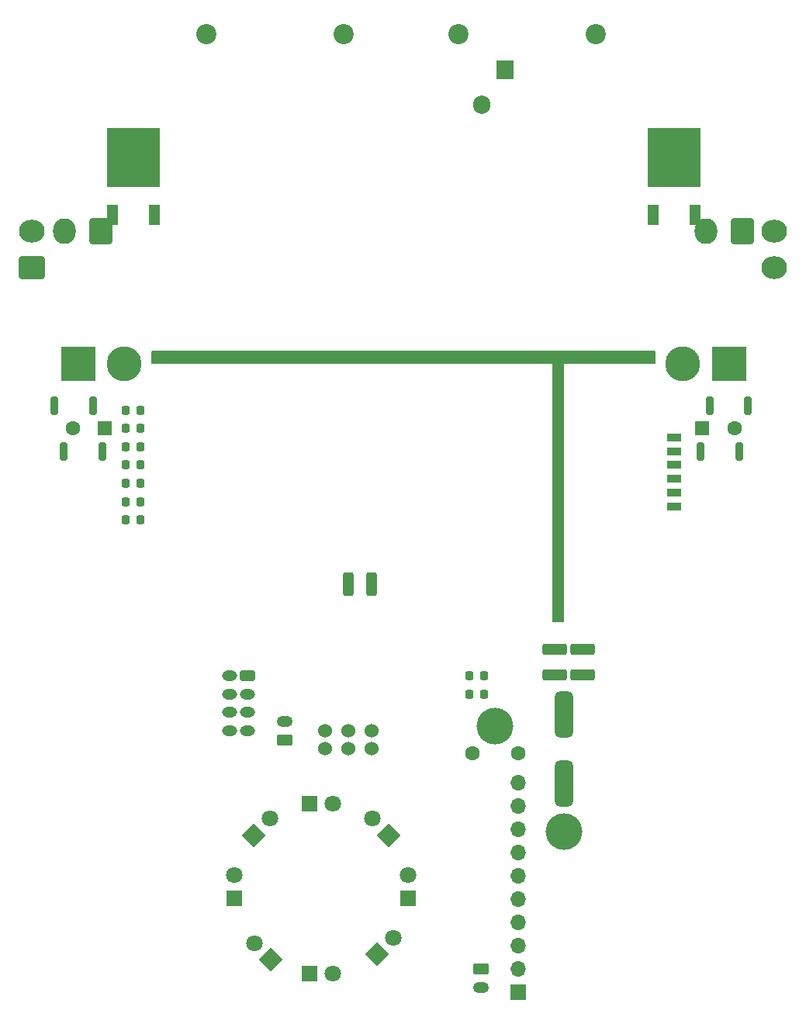
<source format=gbr>
%TF.GenerationSoftware,KiCad,Pcbnew,8.0.6*%
%TF.CreationDate,2024-11-18T00:02:46+09:00*%
%TF.ProjectId,ORION_boost_v5,4f52494f-4e5f-4626-9f6f-73745f76352e,rev?*%
%TF.SameCoordinates,Original*%
%TF.FileFunction,Soldermask,Top*%
%TF.FilePolarity,Negative*%
%FSLAX46Y46*%
G04 Gerber Fmt 4.6, Leading zero omitted, Abs format (unit mm)*
G04 Created by KiCad (PCBNEW 8.0.6) date 2024-11-18 00:02:46*
%MOMM*%
%LPD*%
G01*
G04 APERTURE LIST*
G04 Aperture macros list*
%AMRoundRect*
0 Rectangle with rounded corners*
0 $1 Rounding radius*
0 $2 $3 $4 $5 $6 $7 $8 $9 X,Y pos of 4 corners*
0 Add a 4 corners polygon primitive as box body*
4,1,4,$2,$3,$4,$5,$6,$7,$8,$9,$2,$3,0*
0 Add four circle primitives for the rounded corners*
1,1,$1+$1,$2,$3*
1,1,$1+$1,$4,$5*
1,1,$1+$1,$6,$7*
1,1,$1+$1,$8,$9*
0 Add four rect primitives between the rounded corners*
20,1,$1+$1,$2,$3,$4,$5,0*
20,1,$1+$1,$4,$5,$6,$7,0*
20,1,$1+$1,$6,$7,$8,$9,0*
20,1,$1+$1,$8,$9,$2,$3,0*%
%AMRotRect*
0 Rectangle, with rotation*
0 The origin of the aperture is its center*
0 $1 length*
0 $2 width*
0 $3 Rotation angle, in degrees counterclockwise*
0 Add horizontal line*
21,1,$1,$2,0,0,$3*%
G04 Aperture macros list end*
%ADD10RoundRect,0.218750X0.218750X0.256250X-0.218750X0.256250X-0.218750X-0.256250X0.218750X-0.256250X0*%
%ADD11O,2.800000X2.460000*%
%ADD12R,3.800000X3.800000*%
%ADD13C,3.800000*%
%ADD14RoundRect,0.300000X0.300000X-1.000000X0.300000X1.000000X-0.300000X1.000000X-0.300000X-1.000000X0*%
%ADD15RoundRect,0.250000X0.625000X-0.350000X0.625000X0.350000X-0.625000X0.350000X-0.625000X-0.350000X0*%
%ADD16O,1.750000X1.200000*%
%ADD17RoundRect,0.218750X-0.218750X-0.256250X0.218750X-0.256250X0.218750X0.256250X-0.218750X0.256250X0*%
%ADD18C,1.524000*%
%ADD19RoundRect,0.250000X1.075000X-0.375000X1.075000X0.375000X-1.075000X0.375000X-1.075000X-0.375000X0*%
%ADD20C,1.600000*%
%ADD21RoundRect,0.250000X-0.575000X0.350000X-0.575000X-0.350000X0.575000X-0.350000X0.575000X0.350000X0*%
%ADD22O,1.650000X1.200000*%
%ADD23R,1.700000X1.700000*%
%ADD24O,1.700000X1.700000*%
%ADD25RoundRect,0.200000X0.200000X0.800000X-0.200000X0.800000X-0.200000X-0.800000X0.200000X-0.800000X0*%
%ADD26R,5.800000X6.400000*%
%ADD27R,1.200000X2.200000*%
%ADD28RoundRect,0.500000X-0.500000X2.000000X-0.500000X-2.000000X0.500000X-2.000000X0.500000X2.000000X0*%
%ADD29RoundRect,0.250000X1.150000X-0.980000X1.150000X0.980000X-1.150000X0.980000X-1.150000X-0.980000X0*%
%ADD30C,4.000000*%
%ADD31RoundRect,0.200000X-0.200000X-0.800000X0.200000X-0.800000X0.200000X0.800000X-0.200000X0.800000X0*%
%ADD32RoundRect,0.225000X0.575000X-0.225000X0.575000X0.225000X-0.575000X0.225000X-0.575000X-0.225000X0*%
%ADD33R,1.600000X1.600000*%
%ADD34RoundRect,0.250000X0.980000X1.150000X-0.980000X1.150000X-0.980000X-1.150000X0.980000X-1.150000X0*%
%ADD35O,2.460000X2.800000*%
%ADD36RotRect,1.800000X1.800000X45.000000*%
%ADD37C,1.800000*%
%ADD38RotRect,1.800000X1.800000X135.000000*%
%ADD39C,2.200000*%
%ADD40R,1.800000X1.800000*%
%ADD41O,1.905000X2.000000*%
%ADD42R,1.905000X2.000000*%
%ADD43RoundRect,0.250000X-0.625000X0.350000X-0.625000X-0.350000X0.625000X-0.350000X0.625000X0.350000X0*%
G04 APERTURE END LIST*
D10*
%TO.C,D1*%
X96287500Y-106000000D03*
X94712500Y-106000000D03*
%TD*%
D11*
%TO.C,P5*%
X165450000Y-78480000D03*
X165450000Y-74520000D03*
%TD*%
D12*
%TO.C,P6*%
X89500000Y-89000000D03*
D13*
X94500000Y-89000000D03*
%TD*%
D14*
%TO.C,J11*%
X119000000Y-113000000D03*
%TD*%
D15*
%TO.C,J7*%
X112000000Y-130000000D03*
D16*
X112000000Y-128000000D03*
%TD*%
D17*
%TO.C,D18*%
X132212500Y-123000000D03*
X133787500Y-123000000D03*
%TD*%
D18*
%TO.C,J4*%
X121540000Y-130951000D03*
X119000000Y-130951000D03*
X116460000Y-130951000D03*
%TD*%
D10*
%TO.C,D22*%
X133787500Y-125000000D03*
X132212500Y-125000000D03*
%TD*%
%TO.C,D25*%
X96287500Y-96000000D03*
X94712500Y-96000000D03*
%TD*%
D19*
%TO.C,F4*%
X144500000Y-122900000D03*
X144500000Y-120100000D03*
%TD*%
D20*
%TO.C,F2*%
X132500000Y-131500000D03*
X137500000Y-131500000D03*
%TD*%
D10*
%TO.C,D26*%
X96287500Y-94000000D03*
X94712500Y-94000000D03*
%TD*%
D21*
%TO.C,J1*%
X108000000Y-123000000D03*
D22*
X106000000Y-123000000D03*
X108000000Y-125000000D03*
X106000000Y-125000000D03*
X108000000Y-127000000D03*
X106000000Y-127000000D03*
X108000000Y-129000000D03*
X106000000Y-129000000D03*
%TD*%
D19*
%TO.C,F3*%
X141500000Y-122900000D03*
X141500000Y-120100000D03*
%TD*%
D23*
%TO.C,J2*%
X137500000Y-157500000D03*
D24*
X137500000Y-154960000D03*
X137500000Y-152420000D03*
X137500000Y-149880000D03*
X137500000Y-147340000D03*
X137500000Y-144800000D03*
X137500000Y-142260000D03*
X137500000Y-139720000D03*
X137500000Y-137180000D03*
X137500000Y-134640000D03*
%TD*%
D25*
%TO.C,SW3*%
X92100000Y-98500000D03*
X87900000Y-98500000D03*
%TD*%
D26*
%TO.C,D21*%
X154500000Y-66400000D03*
D27*
X152220000Y-72700000D03*
X156780000Y-72700000D03*
%TD*%
D10*
%TO.C,D4*%
X96287500Y-100000000D03*
X94712500Y-100000000D03*
%TD*%
%TO.C,D2*%
X96287500Y-104000000D03*
X94712500Y-104000000D03*
%TD*%
D28*
%TO.C,F1*%
X142500000Y-127250000D03*
X142500000Y-134750000D03*
%TD*%
D29*
%TO.C,P4*%
X84450000Y-78480000D03*
D11*
X84450000Y-74520000D03*
%TD*%
D18*
%TO.C,J3*%
X116460000Y-129049000D03*
X119000000Y-129049000D03*
X121540000Y-129049000D03*
%TD*%
D10*
%TO.C,D3*%
X96287500Y-102000000D03*
X94712500Y-102000000D03*
%TD*%
D26*
%TO.C,D20*%
X95500000Y-66400000D03*
D27*
X93220000Y-72700000D03*
X97780000Y-72700000D03*
%TD*%
D12*
%TO.C,P7*%
X160500000Y-89000000D03*
D13*
X155500000Y-89000000D03*
%TD*%
D10*
%TO.C,D5*%
X96287500Y-98000000D03*
X94712500Y-98000000D03*
%TD*%
D30*
%TO.C,J5*%
X142500000Y-140000000D03*
%TD*%
D31*
%TO.C,SW4*%
X158400000Y-93500000D03*
X162600000Y-93500000D03*
%TD*%
D14*
%TO.C,J10*%
X121500000Y-113000000D03*
%TD*%
D32*
%TO.C,P1*%
X154500000Y-104500000D03*
X154500000Y-103000000D03*
X154500000Y-101500000D03*
X154500000Y-100000000D03*
X154500000Y-98500000D03*
X154500000Y-97000000D03*
%TD*%
D25*
%TO.C,SW2*%
X91100000Y-93500000D03*
X86900000Y-93500000D03*
%TD*%
D30*
%TO.C,J6*%
X135000000Y-128500000D03*
%TD*%
D31*
%TO.C,SW1*%
X157400000Y-98500000D03*
X161600000Y-98500000D03*
%TD*%
D33*
%TO.C,C20*%
X92402651Y-96000000D03*
D20*
X88902651Y-96000000D03*
%TD*%
D33*
%TO.C,C33*%
X157597349Y-96000000D03*
D20*
X161097349Y-96000000D03*
%TD*%
D34*
%TO.C,P2*%
X91980000Y-74450000D03*
D35*
X88020000Y-74450000D03*
%TD*%
D36*
%TO.C,D8*%
X108598439Y-140401561D03*
D37*
X110394490Y-138605510D03*
%TD*%
D38*
%TO.C,D11*%
X123401561Y-140401561D03*
D37*
X121605510Y-138605510D03*
%TD*%
D39*
%TO.C,C27*%
X146000000Y-53000000D03*
X131000000Y-53000000D03*
%TD*%
D40*
%TO.C,D9*%
X106500000Y-147275000D03*
D37*
X106500000Y-144735000D03*
%TD*%
D40*
%TO.C,D14*%
X114725000Y-155500000D03*
D37*
X117265000Y-155500000D03*
%TD*%
D38*
%TO.C,D10*%
X110500000Y-154000000D03*
D37*
X108703949Y-152203949D03*
%TD*%
D41*
%TO.C,Q5*%
X133500000Y-60717500D03*
D42*
X136040000Y-56907500D03*
%TD*%
D40*
%TO.C,D12*%
X125500000Y-147275000D03*
D37*
X125500000Y-144735000D03*
%TD*%
D34*
%TO.C,P3*%
X161980000Y-74450000D03*
D35*
X158020000Y-74450000D03*
%TD*%
D36*
%TO.C,D13*%
X122098439Y-153401561D03*
D37*
X123894490Y-151605510D03*
%TD*%
D40*
%TO.C,D7*%
X114725000Y-137000000D03*
D37*
X117265000Y-137000000D03*
%TD*%
D39*
%TO.C,C28*%
X103500000Y-53000000D03*
X118500000Y-53000000D03*
%TD*%
D43*
%TO.C,J12*%
X133450000Y-155000000D03*
D16*
X133450000Y-157000000D03*
%TD*%
G36*
X152442121Y-87520002D02*
G01*
X152488614Y-87573658D01*
X152500000Y-87626000D01*
X152500000Y-88874000D01*
X152479998Y-88942121D01*
X152426342Y-88988614D01*
X152374000Y-89000000D01*
X142500000Y-89000000D01*
X142500000Y-117036659D01*
X142479998Y-117104780D01*
X142426342Y-117151273D01*
X142375381Y-117162651D01*
X141383388Y-117173524D01*
X141315052Y-117154270D01*
X141267974Y-117101127D01*
X141256007Y-117047532D01*
X141256007Y-89000000D01*
X97626000Y-89000000D01*
X97557879Y-88979998D01*
X97511386Y-88926342D01*
X97500000Y-88874000D01*
X97500000Y-87626000D01*
X97520002Y-87557879D01*
X97573658Y-87511386D01*
X97626000Y-87500000D01*
X152374000Y-87500000D01*
X152442121Y-87520002D01*
G37*
M02*

</source>
